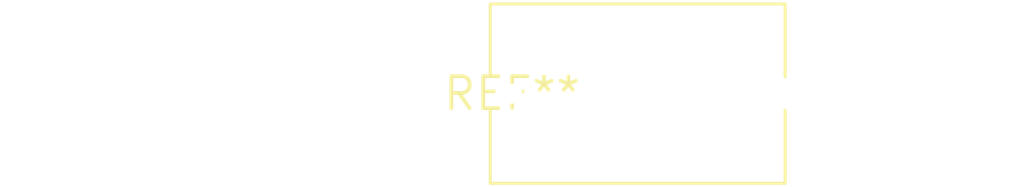
<source format=kicad_pcb>
(kicad_pcb (version 20240108) (generator pcbnew)
  (layers (0 "F.Cu" signal) (31 "B.Cu" signal) (34 "B.Paste" user) (35 "F.Paste" user) (36 "B.SilkS" user "B.Silkscreen") (37 "F.SilkS" user "F.Silkscreen") (38 "B.Mask" user) (39 "F.Mask" user) (44 "Edge.Cuts" user))
  (net 0 "")
  (footprint "C_Rect_L11.5mm_W6.9mm_P10.00mm_MKT" (layer "F.Cu") (at 0 0)
    (property "Reference" "REF**")
    (property "Value" "C_Rect_L11.5mm_W6.9mm_P10.00mm_MKT")
    (fp_line (start -0.87 -3.57) (end -0.87 -0.665) (layer "F.SilkS") (stroke (width 0.12)))
    (fp_line (start -0.87 -3.57) (end 10.87 -3.57) (layer "F.SilkS") (stroke (width 0.12)))
    (fp_line (start -0.87 0.665) (end -0.87 3.57) (layer "F.SilkS") (stroke (width 0.12)))
    (fp_line (start -0.87 3.57) (end 10.87 3.57) (layer "F.SilkS") (stroke (width 0.12)))
    (fp_line (start 10.87 -3.57) (end 10.87 -0.665) (layer "F.SilkS") (stroke (width 0.12)))
    (fp_line (start 10.87 0.665) (end 10.87 3.57) (layer "F.SilkS") (stroke (width 0.12)))
    (pad "1" thru_hole circle (at 0 0) (size 1.6 1.6) (drill 0.8) (layers *.Cu *.Mask) (remove_unused_layers))
    (pad "2" thru_hole circle (at 10 0) (size 1.6 1.6) (drill 0.8) (layers *.Cu *.Mask) (remove_unused_layers))
  )
)
</source>
